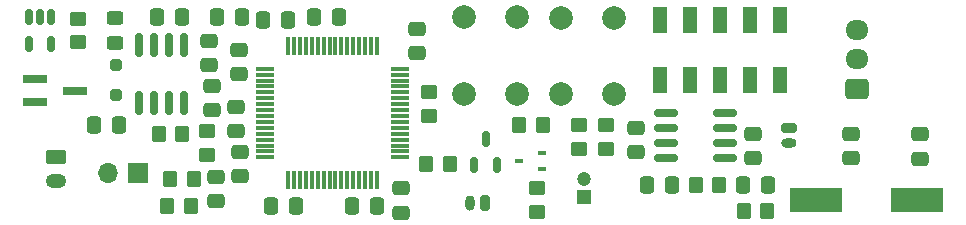
<source format=gts>
%TF.GenerationSoftware,KiCad,Pcbnew,7.0.7*%
%TF.CreationDate,2024-07-03T20:03:01-05:00*%
%TF.ProjectId,LightsaberDesign,4c696768-7473-4616-9265-724465736967,rev?*%
%TF.SameCoordinates,Original*%
%TF.FileFunction,Soldermask,Top*%
%TF.FilePolarity,Negative*%
%FSLAX46Y46*%
G04 Gerber Fmt 4.6, Leading zero omitted, Abs format (unit mm)*
G04 Created by KiCad (PCBNEW 7.0.7) date 2024-07-03 20:03:01*
%MOMM*%
%LPD*%
G01*
G04 APERTURE LIST*
G04 Aperture macros list*
%AMRoundRect*
0 Rectangle with rounded corners*
0 $1 Rounding radius*
0 $2 $3 $4 $5 $6 $7 $8 $9 X,Y pos of 4 corners*
0 Add a 4 corners polygon primitive as box body*
4,1,4,$2,$3,$4,$5,$6,$7,$8,$9,$2,$3,0*
0 Add four circle primitives for the rounded corners*
1,1,$1+$1,$2,$3*
1,1,$1+$1,$4,$5*
1,1,$1+$1,$6,$7*
1,1,$1+$1,$8,$9*
0 Add four rect primitives between the rounded corners*
20,1,$1+$1,$2,$3,$4,$5,0*
20,1,$1+$1,$4,$5,$6,$7,0*
20,1,$1+$1,$6,$7,$8,$9,0*
20,1,$1+$1,$8,$9,$2,$3,0*%
G04 Aperture macros list end*
%ADD10RoundRect,0.250000X0.475000X-0.337500X0.475000X0.337500X-0.475000X0.337500X-0.475000X-0.337500X0*%
%ADD11RoundRect,0.250000X0.337500X0.475000X-0.337500X0.475000X-0.337500X-0.475000X0.337500X-0.475000X0*%
%ADD12C,2.000000*%
%ADD13RoundRect,0.200000X-0.450000X0.200000X-0.450000X-0.200000X0.450000X-0.200000X0.450000X0.200000X0*%
%ADD14O,1.300000X0.800000*%
%ADD15RoundRect,0.250000X-0.450000X0.350000X-0.450000X-0.350000X0.450000X-0.350000X0.450000X0.350000X0*%
%ADD16RoundRect,0.250000X-0.350000X-0.450000X0.350000X-0.450000X0.350000X0.450000X-0.350000X0.450000X0*%
%ADD17RoundRect,0.250000X-0.475000X0.337500X-0.475000X-0.337500X0.475000X-0.337500X0.475000X0.337500X0*%
%ADD18RoundRect,0.250000X0.250000X-0.250000X0.250000X0.250000X-0.250000X0.250000X-0.250000X-0.250000X0*%
%ADD19RoundRect,0.150000X0.150000X-0.825000X0.150000X0.825000X-0.150000X0.825000X-0.150000X-0.825000X0*%
%ADD20RoundRect,0.250000X-0.337500X-0.475000X0.337500X-0.475000X0.337500X0.475000X-0.337500X0.475000X0*%
%ADD21RoundRect,0.075000X-0.700000X-0.075000X0.700000X-0.075000X0.700000X0.075000X-0.700000X0.075000X0*%
%ADD22RoundRect,0.075000X-0.075000X-0.700000X0.075000X-0.700000X0.075000X0.700000X-0.075000X0.700000X0*%
%ADD23RoundRect,0.150000X0.150000X-0.512500X0.150000X0.512500X-0.150000X0.512500X-0.150000X-0.512500X0*%
%ADD24R,1.200000X1.200000*%
%ADD25C,1.200000*%
%ADD26RoundRect,0.200000X0.200000X0.450000X-0.200000X0.450000X-0.200000X-0.450000X0.200000X-0.450000X0*%
%ADD27O,0.800000X1.300000*%
%ADD28RoundRect,0.250000X0.350000X0.450000X-0.350000X0.450000X-0.350000X-0.450000X0.350000X-0.450000X0*%
%ADD29RoundRect,0.150000X-0.150000X0.512500X-0.150000X-0.512500X0.150000X-0.512500X0.150000X0.512500X0*%
%ADD30R,2.000000X0.650000*%
%ADD31RoundRect,0.250000X0.725000X-0.600000X0.725000X0.600000X-0.725000X0.600000X-0.725000X-0.600000X0*%
%ADD32O,1.950000X1.700000*%
%ADD33RoundRect,0.250000X-0.450000X0.325000X-0.450000X-0.325000X0.450000X-0.325000X0.450000X0.325000X0*%
%ADD34R,1.700000X1.700000*%
%ADD35O,1.700000X1.700000*%
%ADD36R,1.270000X2.290000*%
%ADD37R,4.500000X2.000000*%
%ADD38RoundRect,0.250000X0.450000X-0.350000X0.450000X0.350000X-0.450000X0.350000X-0.450000X-0.350000X0*%
%ADD39R,0.700000X0.450000*%
%ADD40RoundRect,0.150000X-0.825000X-0.150000X0.825000X-0.150000X0.825000X0.150000X-0.825000X0.150000X0*%
%ADD41RoundRect,0.250000X-0.625000X0.350000X-0.625000X-0.350000X0.625000X-0.350000X0.625000X0.350000X0*%
%ADD42O,1.750000X1.200000*%
G04 APERTURE END LIST*
D10*
%TO.C,C7*%
X193360000Y-70114500D03*
X193360000Y-68039500D03*
%TD*%
D11*
%TO.C,C14*%
X164613500Y-74676000D03*
X162538500Y-74676000D03*
%TD*%
D12*
%TO.C,SW4*%
X191546000Y-58715000D03*
X191546000Y-65215000D03*
X187046000Y-58715000D03*
X187046000Y-65215000D03*
%TD*%
D10*
%TO.C,FB1*%
X157226000Y-62759500D03*
X157226000Y-60684500D03*
%TD*%
D13*
%TO.C,LS1*%
X206314000Y-68081000D03*
D14*
X206314000Y-69331000D03*
%TD*%
D15*
%TO.C,R14*%
X190820000Y-67818000D03*
X190820000Y-69818000D03*
%TD*%
D16*
%TO.C,R3*%
X175612000Y-71109000D03*
X177612000Y-71109000D03*
%TD*%
D10*
%TO.C,C20*%
X159512000Y-68347500D03*
X159512000Y-66272500D03*
%TD*%
D16*
%TO.C,R10*%
X198456000Y-72887000D03*
X200456000Y-72887000D03*
%TD*%
D17*
%TO.C,C4*%
X159832000Y-70071500D03*
X159832000Y-72146500D03*
%TD*%
D18*
%TO.C,D4*%
X149352000Y-65258000D03*
X149352000Y-62758000D03*
%TD*%
D17*
%TO.C,C13*%
X173482000Y-73152000D03*
X173482000Y-75227000D03*
%TD*%
D10*
%TO.C,C17*%
X217424000Y-70655000D03*
X217424000Y-68580000D03*
%TD*%
D19*
%TO.C,U1*%
X151323000Y-65964000D03*
X152593000Y-65964000D03*
X153863000Y-65964000D03*
X155133000Y-65964000D03*
X155133000Y-61014000D03*
X153863000Y-61014000D03*
X152593000Y-61014000D03*
X151323000Y-61014000D03*
%TD*%
D20*
%TO.C,C11*%
X169396500Y-74676000D03*
X171471500Y-74676000D03*
%TD*%
D16*
%TO.C,R9*%
X202520000Y-75046000D03*
X204520000Y-75046000D03*
%TD*%
D21*
%TO.C,U2*%
X162031000Y-63041000D03*
X162031000Y-63541000D03*
X162031000Y-64041000D03*
X162031000Y-64541000D03*
X162031000Y-65041000D03*
X162031000Y-65541000D03*
X162031000Y-66041000D03*
X162031000Y-66541000D03*
X162031000Y-67041000D03*
X162031000Y-67541000D03*
X162031000Y-68041000D03*
X162031000Y-68541000D03*
X162031000Y-69041000D03*
X162031000Y-69541000D03*
X162031000Y-70041000D03*
X162031000Y-70541000D03*
D22*
X163956000Y-72466000D03*
X164456000Y-72466000D03*
X164956000Y-72466000D03*
X165456000Y-72466000D03*
X165956000Y-72466000D03*
X166456000Y-72466000D03*
X166956000Y-72466000D03*
X167456000Y-72466000D03*
X167956000Y-72466000D03*
X168456000Y-72466000D03*
X168956000Y-72466000D03*
X169456000Y-72466000D03*
X169956000Y-72466000D03*
X170456000Y-72466000D03*
X170956000Y-72466000D03*
X171456000Y-72466000D03*
D21*
X173381000Y-70541000D03*
X173381000Y-70041000D03*
X173381000Y-69541000D03*
X173381000Y-69041000D03*
X173381000Y-68541000D03*
X173381000Y-68041000D03*
X173381000Y-67541000D03*
X173381000Y-67041000D03*
X173381000Y-66541000D03*
X173381000Y-66041000D03*
X173381000Y-65541000D03*
X173381000Y-65041000D03*
X173381000Y-64541000D03*
X173381000Y-64041000D03*
X173381000Y-63541000D03*
X173381000Y-63041000D03*
D22*
X171456000Y-61116000D03*
X170956000Y-61116000D03*
X170456000Y-61116000D03*
X169956000Y-61116000D03*
X169456000Y-61116000D03*
X168956000Y-61116000D03*
X168456000Y-61116000D03*
X167956000Y-61116000D03*
X167456000Y-61116000D03*
X166956000Y-61116000D03*
X166456000Y-61116000D03*
X165956000Y-61116000D03*
X165456000Y-61116000D03*
X164956000Y-61116000D03*
X164456000Y-61116000D03*
X163956000Y-61116000D03*
%TD*%
D15*
%TO.C,R13*%
X175834000Y-65013000D03*
X175834000Y-67013000D03*
%TD*%
D23*
%TO.C,Q3*%
X179710000Y-71230500D03*
X181610000Y-71230500D03*
X180660000Y-68955500D03*
%TD*%
D24*
%TO.C,SW2*%
X188976000Y-73874600D03*
D25*
X188976000Y-72374600D03*
%TD*%
D16*
%TO.C,R6*%
X153940000Y-72390000D03*
X155940000Y-72390000D03*
%TD*%
D12*
%TO.C,SW3*%
X178816000Y-65163000D03*
X178816000Y-58663000D03*
X183316000Y-65163000D03*
X183316000Y-58663000D03*
%TD*%
D20*
%TO.C,C9*%
X166160500Y-58663000D03*
X168235500Y-58663000D03*
%TD*%
D10*
%TO.C,C18*%
X211582000Y-70633500D03*
X211582000Y-68558500D03*
%TD*%
D15*
%TO.C,R8*%
X157038000Y-68331000D03*
X157038000Y-70331000D03*
%TD*%
D26*
%TO.C,M1*%
X180574000Y-74422000D03*
D27*
X179324000Y-74422000D03*
%TD*%
D28*
%TO.C,R5*%
X155686000Y-74665000D03*
X153686000Y-74665000D03*
%TD*%
D29*
%TO.C,U3*%
X143891000Y-58668500D03*
X142941000Y-58668500D03*
X141991000Y-58668500D03*
X141991000Y-60943500D03*
X143891000Y-60943500D03*
%TD*%
D10*
%TO.C,C12*%
X174818000Y-61732500D03*
X174818000Y-59657500D03*
%TD*%
D17*
%TO.C,C6*%
X203266000Y-68547500D03*
X203266000Y-70622500D03*
%TD*%
D30*
%TO.C,Q1*%
X142501000Y-63936000D03*
X142501000Y-65836000D03*
X145921000Y-64886000D03*
%TD*%
D28*
%TO.C,R7*%
X154974000Y-68569000D03*
X152974000Y-68569000D03*
%TD*%
D15*
%TO.C,R11*%
X184978000Y-73173000D03*
X184978000Y-75173000D03*
%TD*%
D31*
%TO.C,D1*%
X212139000Y-64730000D03*
D32*
X212139000Y-62230000D03*
X212139000Y-59730000D03*
%TD*%
D33*
%TO.C,L1*%
X149291000Y-58781000D03*
X149291000Y-60831000D03*
%TD*%
D10*
%TO.C,C1*%
X157828637Y-74260740D03*
X157828637Y-72185740D03*
%TD*%
D34*
%TO.C,SW1*%
X151201000Y-71871000D03*
D35*
X148661000Y-71871000D03*
%TD*%
D36*
%TO.C,J1*%
X205552000Y-63997000D03*
X205552000Y-58947000D03*
X203012000Y-63997000D03*
X203012000Y-58947000D03*
X200472000Y-63997000D03*
X200472000Y-58947000D03*
X197932000Y-63997000D03*
X197932000Y-58947000D03*
X195392000Y-63997000D03*
X195392000Y-58947000D03*
%TD*%
D16*
%TO.C,R2*%
X183486000Y-67807000D03*
X185486000Y-67807000D03*
%TD*%
D17*
%TO.C,C10*%
X159766000Y-61446500D03*
X159766000Y-63521500D03*
%TD*%
D11*
%TO.C,C15*%
X163917500Y-58917000D03*
X161842500Y-58917000D03*
%TD*%
D37*
%TO.C,Y1*%
X208670000Y-74168000D03*
X217170000Y-74168000D03*
%TD*%
D11*
%TO.C,C8*%
X204557500Y-72887000D03*
X202482500Y-72887000D03*
%TD*%
D20*
%TO.C,C5*%
X194354500Y-72887000D03*
X196429500Y-72887000D03*
%TD*%
D38*
%TO.C,R12*%
X188534000Y-69818000D03*
X188534000Y-67818000D03*
%TD*%
D11*
%TO.C,C3*%
X149606000Y-67818000D03*
X147531000Y-67818000D03*
%TD*%
D39*
%TO.C,D5*%
X185470000Y-71505000D03*
X185470000Y-70205000D03*
X183470000Y-70855000D03*
%TD*%
D10*
%TO.C,C19*%
X157480000Y-66569500D03*
X157480000Y-64494500D03*
%TD*%
D15*
%TO.C,R1*%
X146116000Y-58806000D03*
X146116000Y-60806000D03*
%TD*%
D11*
%TO.C,C2*%
X154961500Y-58674000D03*
X152886500Y-58674000D03*
%TD*%
D40*
%TO.C,U4*%
X195965000Y-66791000D03*
X195965000Y-68061000D03*
X195965000Y-69331000D03*
X195965000Y-70601000D03*
X200915000Y-70601000D03*
X200915000Y-69331000D03*
X200915000Y-68061000D03*
X200915000Y-66791000D03*
%TD*%
D20*
%TO.C,C21*%
X157945000Y-58674000D03*
X160020000Y-58674000D03*
%TD*%
D41*
%TO.C,BT1*%
X144272000Y-70506000D03*
D42*
X144272000Y-72506000D03*
%TD*%
M02*

</source>
